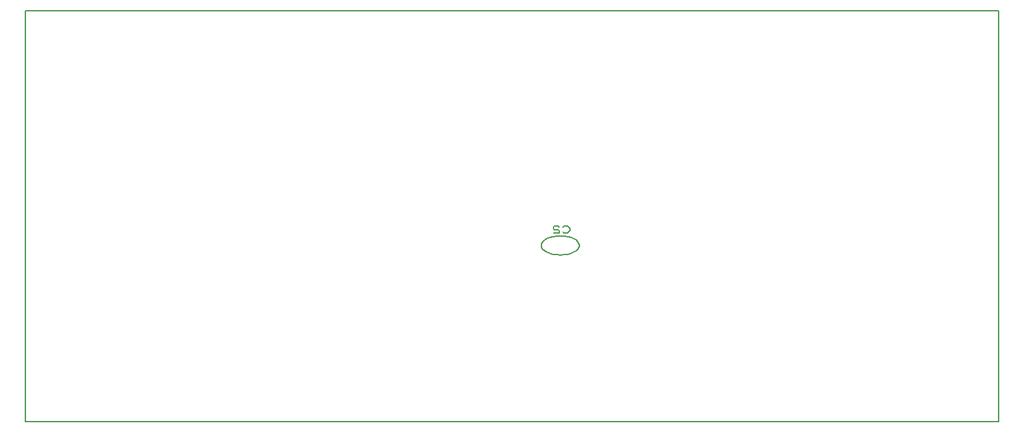
<source format=gbr>
G04 PROTEUS GERBER X2 FILE*
%TF.GenerationSoftware,Labcenter,Proteus,8.6-SP2-Build23525*%
%TF.CreationDate,2017-11-29T10:51:07+00:00*%
%TF.FileFunction,Legend,Bot*%
%TF.FilePolarity,Positive*%
%TF.Part,Single*%
%FSLAX45Y45*%
%MOMM*%
G01*
%TA.AperFunction,Profile*%
%ADD27C,0.203200*%
%TA.AperFunction,Material*%
%ADD31C,0.203200*%
%TD.AperFunction*%
D27*
X-8250000Y-4000000D02*
X+4750000Y-4000000D01*
X+4750000Y+1500000D01*
X-8250000Y+1500000D01*
X-8250000Y-4000000D01*
D31*
X-849000Y-1640000D02*
X-854080Y-1614124D01*
X-868685Y-1590152D01*
X-891862Y-1568562D01*
X-922660Y-1549830D01*
X-960125Y-1534431D01*
X-1003305Y-1522842D01*
X-1051248Y-1515540D01*
X-1103000Y-1513000D01*
X-1357000Y-1640000D02*
X-1351920Y-1614124D01*
X-1337315Y-1590152D01*
X-1314138Y-1568562D01*
X-1283340Y-1549830D01*
X-1245875Y-1534431D01*
X-1202695Y-1522842D01*
X-1154752Y-1515540D01*
X-1103000Y-1513000D01*
X-849000Y-1640000D02*
X-854080Y-1665876D01*
X-868685Y-1689848D01*
X-891862Y-1711438D01*
X-922660Y-1730170D01*
X-960125Y-1745569D01*
X-1003305Y-1757158D01*
X-1051248Y-1764460D01*
X-1103000Y-1767000D01*
X-1357000Y-1640000D02*
X-1351920Y-1665876D01*
X-1337315Y-1689848D01*
X-1314138Y-1711438D01*
X-1283340Y-1730170D01*
X-1245875Y-1745569D01*
X-1202695Y-1757158D01*
X-1154752Y-1764460D01*
X-1103000Y-1767000D01*
X-1071250Y-1457120D02*
X-1055375Y-1472360D01*
X-1007750Y-1472360D01*
X-976000Y-1441880D01*
X-976000Y-1411400D01*
X-1007750Y-1380920D01*
X-1055375Y-1380920D01*
X-1071250Y-1396160D01*
X-1118875Y-1396160D02*
X-1134750Y-1380920D01*
X-1182375Y-1380920D01*
X-1198250Y-1396160D01*
X-1198250Y-1411400D01*
X-1182375Y-1426640D01*
X-1134750Y-1426640D01*
X-1118875Y-1441880D01*
X-1118875Y-1472360D01*
X-1198250Y-1472360D01*
M02*

</source>
